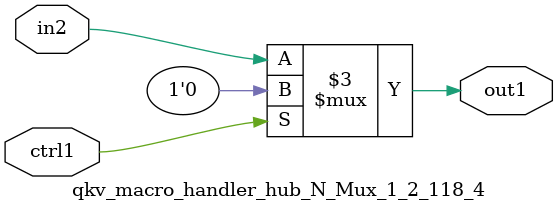
<source format=v>

`timescale 1ps / 1ps


module qkv_macro_handler_hub_N_Mux_1_2_118_4( in2, ctrl1, out1 );

    input in2;
    input ctrl1;
    output out1;
    reg out1;

    
    // rtl_process:qkv_macro_handler_hub_N_Mux_1_2_118_4/qkv_macro_handler_hub_N_Mux_1_2_118_4_thread_1
    always @*
      begin : qkv_macro_handler_hub_N_Mux_1_2_118_4_thread_1
        case (ctrl1) 
          1'b1: 
            begin
              out1 = 1'b0;
            end
          default: 
            begin
              out1 = in2;
            end
        endcase
      end

endmodule



</source>
